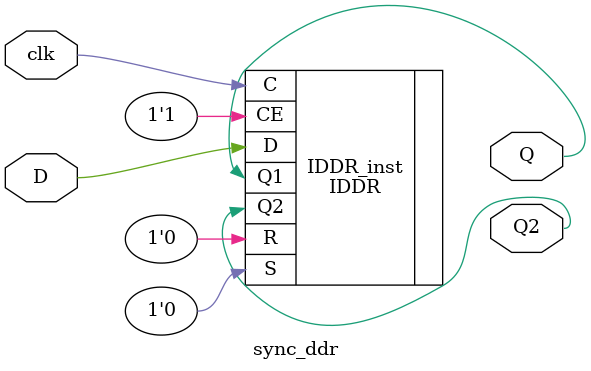
<source format=v>
`timescale 1ns / 1ps


module sync_ddr(
    input clk,
    input D,
    output Q,
    output Q2

    );




    // IDDRE1: Dedicated Dual Data Rate (DDR) Input Register
//         UltraScale
// Xilinx HDL Language Template, version 2019.1
IDDR #(   
.DDR_CLK_EDGE("OPPOSITE_EDGE")
   // IDDRE1 mode (OPPOSITE_EDGE, SAME_EDGE, SAME_EDGE_PIPELINED)
//   .IS_CB_INVERTED(1'b1),          // Optional inversion for CB
//   .IS_C_INVERTED(1'b0)            // Optional inversion for C
)
IDDR_inst (
   .Q1(Q), // 1-bit output: Registered parallel output 1
   .Q2(Q2), // 1-bit output: Registered parallel output 2
   .C(clk),   // 1-bit input: High-speed clock
   .CE(1'b1), //Clock enable
   .D(D),   // 1-bit input: Serial Data Input
   .R(1'b0),    // 1-bit input: Active High Async Reset
   .S(1'b0)
);
// End of IDDRE1_inst instantiation
endmodule

//module sync_ff(
//input clk,
//input D,
//output Q
//);



//wire Q0;
//   FDRE
//   #(
//      .INIT(1'b0)//Initialvalueofregister(1'b0or1'b1)
//   )
//   FDRE_inst1(
//   .Q(Q0),//1-bit Data output
//   .C(clk),//1-bit Clock input
//   .CE(1'b0), //1-bit Clock enable input
//   .R(1'b1),//1- bit Synchronous reset input
//   .D(D)//1 -bit Data input
//   );

//   FDRE
//   #(
//      .INIT(1'b0)//Initialvalueofregister(1'b0or1'b1)
//   )
//   FDRE_inst2(
//   .Q(Q),//1-bit Data output
//   .C(clk),//1-bit Clock input
//   .CE(1'b1), //1-bit Clock enable input
//   .R(1'b0),//1- bit Synchronous reset input
//   .D(Q0)//1 -bit Data input
//   );

//endmodule

</source>
